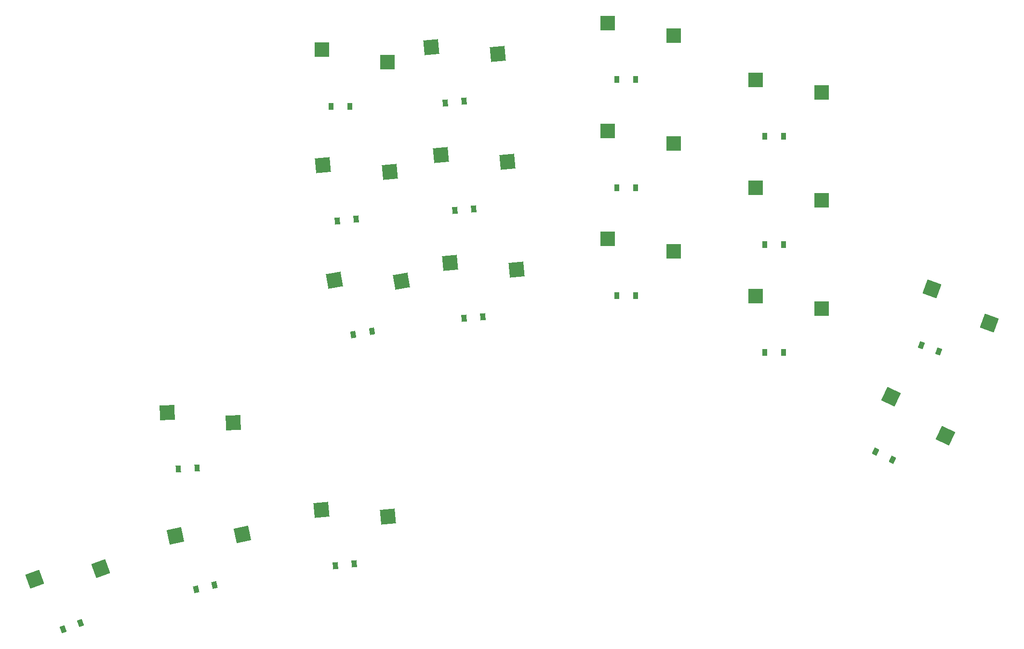
<source format=gbr>
%TF.GenerationSoftware,KiCad,Pcbnew,8.0.6*%
%TF.CreationDate,2025-01-06T03:58:56-07:00*%
%TF.ProjectId,right_circuit,72696768-745f-4636-9972-637569742e6b,v1.0.0*%
%TF.SameCoordinates,Original*%
%TF.FileFunction,Paste,Bot*%
%TF.FilePolarity,Positive*%
%FSLAX46Y46*%
G04 Gerber Fmt 4.6, Leading zero omitted, Abs format (unit mm)*
G04 Created by KiCad (PCBNEW 8.0.6) date 2025-01-06 03:58:56*
%MOMM*%
%LPD*%
G01*
G04 APERTURE LIST*
G04 Aperture macros list*
%AMRotRect*
0 Rectangle, with rotation*
0 The origin of the aperture is its center*
0 $1 length*
0 $2 width*
0 $3 Rotation angle, in degrees counterclockwise*
0 Add horizontal line*
21,1,$1,$2,0,0,$3*%
G04 Aperture macros list end*
%ADD10R,2.600000X2.600000*%
%ADD11RotRect,0.900000X1.200000X5.000000*%
%ADD12RotRect,0.900000X1.200000X20.000000*%
%ADD13RotRect,0.900000X1.200000X12.000000*%
%ADD14RotRect,2.600000X2.600000X5.000000*%
%ADD15R,0.900000X1.200000*%
%ADD16RotRect,0.900000X1.200000X340.000000*%
%ADD17RotRect,2.600000X2.600000X20.000000*%
%ADD18RotRect,2.600000X2.600000X2.000000*%
%ADD19RotRect,2.600000X2.600000X12.000000*%
%ADD20RotRect,0.900000X1.200000X10.000000*%
%ADD21RotRect,0.900000X1.200000X2.000000*%
%ADD22RotRect,2.600000X2.600000X335.000000*%
%ADD23RotRect,2.600000X2.600000X10.000000*%
%ADD24RotRect,2.600000X2.600000X340.000000*%
%ADD25RotRect,0.900000X1.200000X335.000000*%
G04 APERTURE END LIST*
D10*
%TO.C,S14*%
X236539112Y-130696223D03*
X248089112Y-132896223D03*
%TD*%
D11*
%TO.C,D9*%
X183681865Y-115697184D03*
X186969307Y-115409570D03*
%TD*%
D12*
%TO.C,D1*%
X114817588Y-189323104D03*
X117918574Y-188194438D03*
%TD*%
D13*
%TO.C,D2*%
X138217703Y-182255644D03*
X141445591Y-181569536D03*
%TD*%
D10*
%TO.C,S12*%
X210539112Y-101696223D03*
X222089112Y-103896223D03*
%TD*%
%TO.C,S15*%
X236539112Y-111696223D03*
X248089112Y-113896223D03*
%TD*%
D14*
%TO.C,S6*%
X160526914Y-107723881D03*
X172224705Y-108908860D03*
%TD*%
%TO.C,S10*%
X179539890Y-86998976D03*
X191237681Y-88183955D03*
%TD*%
D15*
%TO.C,D14*%
X238164112Y-140646223D03*
X241464112Y-140646223D03*
%TD*%
%TO.C,D11*%
X212164112Y-130646223D03*
X215464112Y-130646223D03*
%TD*%
%TO.C,D13*%
X212164112Y-92646223D03*
X215464112Y-92646223D03*
%TD*%
D11*
%TO.C,D10*%
X182025906Y-96769485D03*
X185313348Y-96481871D03*
%TD*%
D15*
%TO.C,D7*%
X161911108Y-97354754D03*
X165211108Y-97354754D03*
%TD*%
D14*
%TO.C,S4*%
X160218886Y-168358077D03*
X171916677Y-169543056D03*
%TD*%
D16*
%TO.C,D18*%
X265620608Y-139364461D03*
X268721594Y-140493127D03*
%TD*%
D11*
%TO.C,D6*%
X163012930Y-117494389D03*
X166300372Y-117206775D03*
%TD*%
D17*
%TO.C,S1*%
X109887487Y-180528945D03*
X121493381Y-178645936D03*
%TD*%
D10*
%TO.C,S7*%
X160286108Y-87404754D03*
X171836108Y-89604754D03*
%TD*%
%TO.C,S16*%
X236539112Y-92696223D03*
X248089112Y-94896223D03*
%TD*%
D15*
%TO.C,D15*%
X238164112Y-121646223D03*
X241464112Y-121646223D03*
%TD*%
D11*
%TO.C,D4*%
X162704902Y-178128586D03*
X165992344Y-177840972D03*
%TD*%
D18*
%TO.C,S3*%
X133109493Y-151210997D03*
X144729236Y-153006568D03*
%TD*%
D19*
%TO.C,S2*%
X134559492Y-172860933D03*
X146314503Y-172611477D03*
%TD*%
D20*
%TO.C,D5*%
X165865843Y-137461357D03*
X169115709Y-136888319D03*
%TD*%
D21*
%TO.C,D3*%
X135080753Y-161098224D03*
X138378743Y-160983056D03*
%TD*%
D14*
%TO.C,S9*%
X181195849Y-105926675D03*
X192893640Y-107111654D03*
%TD*%
D15*
%TO.C,D12*%
X212164112Y-111646223D03*
X215464112Y-111646223D03*
%TD*%
D11*
%TO.C,D8*%
X185337824Y-134624883D03*
X188625266Y-134337269D03*
%TD*%
D22*
%TO.C,S17*%
X260328236Y-148395345D03*
X269866330Y-155270463D03*
%TD*%
D15*
%TO.C,D16*%
X238164112Y-102646223D03*
X241464112Y-102646223D03*
%TD*%
D23*
%TO.C,S5*%
X162537732Y-127944699D03*
X174294287Y-128105639D03*
%TD*%
D24*
%TO.C,S18*%
X267496709Y-129458736D03*
X277597714Y-135476392D03*
%TD*%
D25*
%TO.C,D17*%
X257595934Y-158099862D03*
X260586750Y-159494502D03*
%TD*%
D10*
%TO.C,S11*%
X210539112Y-120696223D03*
X222089112Y-122896223D03*
%TD*%
%TO.C,S13*%
X210539112Y-82696223D03*
X222089112Y-84896223D03*
%TD*%
D14*
%TO.C,S8*%
X182851808Y-124854374D03*
X194549599Y-126039353D03*
%TD*%
M02*

</source>
